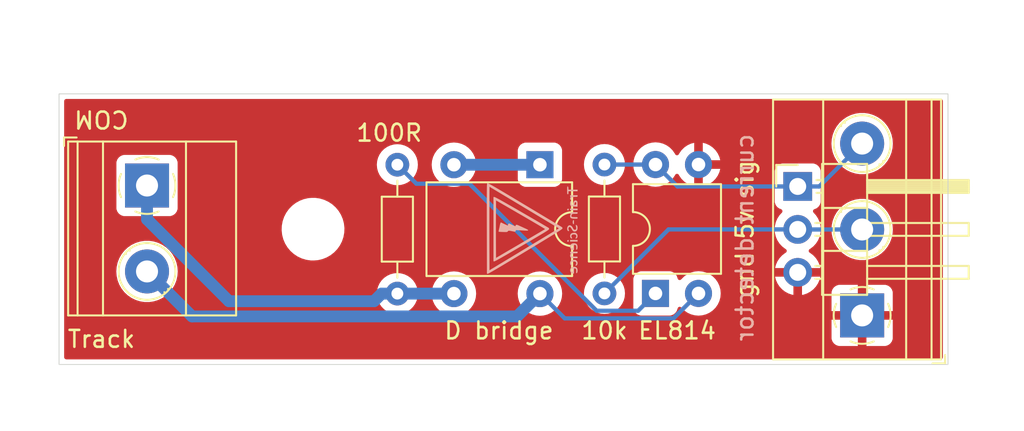
<source format=kicad_pcb>
(kicad_pcb (version 20221018) (generator pcbnew)
  (title_block (date "2023-09-"))
  (layers (0 "F.Cu" signal) (31 "B.Cu" signal) (34 "B.Paste" user) (35 "F.Paste" user) (36 "B.SilkS" user "B.Silkscreen") (37 "F.SilkS" user "F.Silkscreen") (38 "B.Mask" user) (39 "F.Mask" user) (44 "Edge.Cuts" user))
  (net 0 "")
  (net 1 "Net-(D1201-Pad1)")
  (net 2 "Net-(D1201-Pad3)")
  (net 3 "Net-(D1201-Pad4)")
  (net 4 "GND")
  (net 5 "+5V")
  (net 6 "sig")
  (net 7 "Net-(R1201-Pad2)")
  (footprint "Connector_PinHeader_2.54mm:PinHeader_1x03_P2.54mm_Horizontal" (layer "F.Cu") (at 43.625 5.475)
    (fp_text reference "J1203" hide)
    (fp_text value "ter")
    (fp_line (start -1.27 -1.27) (end 0 -1.27) (stroke (width 0.12)) (layer "F.SilkS"))
    (fp_line (start -1.27 0) (end -1.27 -1.27) (stroke (width 0.12)) (layer "F.SilkS"))
    (fp_line (start 1.042929 2.16) (end 1.44 2.16) (stroke (width 0.12)) (layer "F.SilkS"))
    (fp_line (start 1.042929 2.92) (end 1.44 2.92) (stroke (width 0.12)) (layer "F.SilkS"))
    (fp_line (start 1.042929 4.7) (end 1.44 4.7) (stroke (width 0.12)) (layer "F.SilkS"))
    (fp_line (start 1.042929 5.46) (end 1.44 5.46) (stroke (width 0.12)) (layer "F.SilkS"))
    (fp_line (start 1.11 -0.38) (end 1.44 -0.38) (stroke (width 0.12)) (layer "F.SilkS"))
    (fp_line (start 1.11 0.38) (end 1.44 0.38) (stroke (width 0.12)) (layer "F.SilkS"))
    (fp_line (start 1.44 -1.33) (end 1.44 6.41) (stroke (width 0.12)) (layer "F.SilkS"))
    (fp_line (start 1.44 1.27) (end 4.1 1.27) (stroke (width 0.12)) (layer "F.SilkS"))
    (fp_line (start 1.44 3.81) (end 4.1 3.81) (stroke (width 0.12)) (layer "F.SilkS"))
    (fp_line (start 1.44 6.41) (end 4.1 6.41) (stroke (width 0.12)) (layer "F.SilkS"))
    (fp_line (start 4.1 -1.33) (end 1.44 -1.33) (stroke (width 0.12)) (layer "F.SilkS"))
    (fp_line (start 4.1 -0.38) (end 10.1 -0.38) (stroke (width 0.12)) (layer "F.SilkS"))
    (fp_line (start 4.1 -0.32) (end 10.1 -0.32) (stroke (width 0.12)) (layer "F.SilkS"))
    (fp_line (start 4.1 -0.2) (end 10.1 -0.2) (stroke (width 0.12)) (layer "F.SilkS"))
    (fp_line (start 4.1 -0.08) (end 10.1 -0.08) (stroke (width 0.12)) (layer "F.SilkS"))
    (fp_line (start 4.1 0.04) (end 10.1 0.04) (stroke (width 0.12)) (layer "F.SilkS"))
    (fp_line (start 4.1 0.16) (end 10.1 0.16) (stroke (width 0.12)) (layer "F.SilkS"))
    (fp_line (start 4.1 0.28) (end 10.1 0.28) (stroke (width 0.12)) (layer "F.SilkS"))
    (fp_line (start 4.1 2.16) (end 10.1 2.16) (stroke (width 0.12)) (layer "F.SilkS"))
    (fp_line (start 4.1 4.7) (end 10.1 4.7) (stroke (width 0.12)) (layer "F.SilkS"))
    (fp_line (start 4.1 6.41) (end 4.1 -1.33) (stroke (width 0.12)) (layer "F.SilkS"))
    (fp_line (start 10.1 -0.38) (end 10.1 0.38) (stroke (width 0.12)) (layer "F.SilkS"))
    (fp_line (start 10.1 0.38) (end 4.1 0.38) (stroke (width 0.12)) (layer "F.SilkS"))
    (fp_line (start 10.1 2.16) (end 10.1 2.92) (stroke (width 0.12)) (layer "F.SilkS"))
    (fp_line (start 10.1 2.92) (end 4.1 2.92) (stroke (width 0.12)) (layer "F.SilkS"))
    (fp_line (start 10.1 4.7) (end 10.1 5.46) (stroke (width 0.12)) (layer "F.SilkS"))
    (fp_line (start 10.1 5.46) (end 4.1 5.46) (stroke (width 0.12)) (layer "F.SilkS"))
    (pad "1" thru_hole rect (at 0 0) (size 1.7 1.7) (drill 1) (layers "*.Cu" "*.Mask") (net 6 "sig"))
    (pad "2" thru_hole oval (at 0 2.54) (size 1.7 1.7) (drill 1) (layers "*.Cu" "*.Mask") (net 5 "+5V"))
    (pad "3" thru_hole oval (at 0 5.08) (size 1.7 1.7) (drill 1) (layers "*.Cu" "*.Mask") (net 4 "GND"))
  )
  (footprint "Resistor_THT:R_Axial_DIN0204_L3.6mm_D1.6mm_P7.62mm_Horizontal" (layer "F.Cu") (at 32.211 11.8 90)
    (fp_text reference "R1202" hide)
    (fp_text value "10k" (at -2.2 0) (layer "F.SilkS"))
    (fp_line (start 0.94 0) (end 1.89 0) (stroke (width 0.12)) (layer "F.SilkS"))
    (fp_line (start 1.89 -0.92) (end 1.89 0.92) (stroke (width 0.12)) (layer "F.SilkS"))
    (fp_line (start 1.89 0.92) (end 5.73 0.92) (stroke (width 0.12)) (layer "F.SilkS"))
    (fp_line (start 5.73 -0.92) (end 1.89 -0.92) (stroke (width 0.12)) (layer "F.SilkS"))
    (fp_line (start 5.73 0.92) (end 5.73 -0.92) (stroke (width 0.12)) (layer "F.SilkS"))
    (fp_line (start 6.68 0) (end 5.73 0) (stroke (width 0.12)) (layer "F.SilkS"))
    (pad "1" thru_hole circle (at 0 0 90) (size 1.4 1.4) (drill 0.7) (layers "*.Cu" "*.Mask") (net 5 "+5V"))
    (pad "2" thru_hole oval (at 7.62 0 90) (size 1.4 1.4) (drill 0.7) (layers "*.Cu" "*.Mask") (net 6 "sig"))
  )
  (footprint "MountingHole:MountingHole_3.2mm_M3" (layer "F.Cu") (at 15 8)
    (fp_text reference "REF**" hide)
    (fp_text value "MountingHole_3.2mm_M3")
    (pad "" np_thru_hole circle (at 0 0) (size 3.2 3.2) (drill 3.2) (layers "*.Cu" "*.Mask"))
  )
  (footprint "TerminalBlock_Phoenix:TerminalBlock_Phoenix_MKDS-1,5-3-5.08_1x03_P5.08mm_Horizontal" (layer "F.Cu") (at 47.43 13.1 90)
    (fp_text reference "J1202" hide)
    (fp_text value "ter")
    (fp_line (start -2.84 4.16) (end -2.84 4.9) (stroke (width 0.12)) (layer "F.SilkS"))
    (fp_line (start -2.84 4.9) (end -2.34 4.9) (stroke (width 0.12)) (layer "F.SilkS"))
    (fp_line (start -2.6 -5.261) (end -2.6 4.66) (stroke (width 0.12)) (layer "F.SilkS"))
    (fp_line (start -2.6 -5.261) (end 12.76 -5.261) (stroke (width 0.12)) (layer "F.SilkS"))
    (fp_line (start -2.6 -2.301) (end 12.76 -2.301) (stroke (width 0.12)) (layer "F.SilkS"))
    (fp_line (start -2.6 2.6) (end 12.76 2.6) (stroke (width 0.12)) (layer "F.SilkS"))
    (fp_line (start -2.6 4.1) (end 12.76 4.1) (stroke (width 0.12)) (layer "F.SilkS"))
    (fp_line (start -2.6 4.66) (end 12.76 4.66) (stroke (width 0.12)) (layer "F.SilkS"))
    (fp_line (start 3.853 1.023) (end 3.806 1.069) (stroke (width 0.12)) (layer "F.SilkS"))
    (fp_line (start 4.046 1.239) (end 4.011 1.274) (stroke (width 0.12)) (layer "F.SilkS"))
    (fp_line (start 6.15 -1.275) (end 6.115 -1.239) (stroke (width 0.12)) (layer "F.SilkS"))
    (fp_line (start 6.355 -1.069) (end 6.308 -1.023) (stroke (width 0.12)) (layer "F.SilkS"))
    (fp_line (start 8.933 1.023) (end 8.886 1.069) (stroke (width 0.12)) (layer "F.SilkS"))
    (fp_line (start 9.126 1.239) (end 9.091 1.274) (stroke (width 0.12)) (layer "F.SilkS"))
    (fp_line (start 11.23 -1.275) (end 11.195 -1.239) (stroke (width 0.12)) (layer "F.SilkS"))
    (fp_line (start 11.435 -1.069) (end 11.388 -1.023) (stroke (width 0.12)) (layer "F.SilkS"))
    (fp_line (start 12.76 -5.261) (end 12.76 4.66) (stroke (width 0.12)) (layer "F.SilkS"))
    (fp_arc (start -1.535427 0.683042) (mid -1.680501 -0.000524) (end -1.535 -0.684) (stroke (width 0.12)) (layer "F.SilkS"))
    (fp_arc (start -0.683042 -1.535427) (mid 0.000524 -1.680501) (end 0.684 -1.535) (stroke (width 0.12)) (layer "F.SilkS"))
    (fp_arc (start 0.028805 1.680253) (mid -0.335551 1.646659) (end -0.684 1.535) (stroke (width 0.12)) (layer "F.SilkS"))
    (fp_arc (start 0.683318 1.534756) (mid 0.349292 1.643288) (end 0 1.68) (stroke (width 0.12)) (layer "F.SilkS"))
    (fp_arc (start 1.535427 -0.683042) (mid 1.680501 0.000524) (end 1.535 0.684) (stroke (width 0.12)) (layer "F.SilkS"))
    (fp_circle (center 5.08 0) (end 6.76 0) (stroke (width 0.12)) (fill none) (layer "F.SilkS"))
    (fp_circle (center 10.16 0) (end 11.84 0) (stroke (width 0.12)) (fill none) (layer "F.SilkS"))
    (pad "1" thru_hole rect (at 0 0 90) (size 2.6 2.6) (drill 1.3) (layers "*.Cu" "*.Mask") (net 4 "GND"))
    (pad "2" thru_hole circle (at 5.08 0 90) (size 2.6 2.6) (drill 1.3) (layers "*.Cu" "*.Mask") (net 5 "+5V"))
    (pad "3" thru_hole circle (at 10.16 0 90) (size 2.6 2.6) (drill 1.3) (layers "*.Cu" "*.Mask") (net 6 "sig"))
  )
  (footprint "TerminalBlock_Phoenix:TerminalBlock_Phoenix_MKDS-1,5-2-5.08_1x02_P5.08mm_Horizontal" (layer "F.Cu") (at 5.195 5.42 -90)
    (fp_text reference "J1201" hide)
    (fp_text value "tracks")
    (fp_line (start -2.84 4.16) (end -2.84 4.9) (stroke (width 0.12)) (layer "F.SilkS"))
    (fp_line (start -2.84 4.9) (end -2.34 4.9) (stroke (width 0.12)) (layer "F.SilkS"))
    (fp_line (start -2.6 -5.261) (end -2.6 4.66) (stroke (width 0.12)) (layer "F.SilkS"))
    (fp_line (start -2.6 -5.261) (end 7.68 -5.261) (stroke (width 0.12)) (layer "F.SilkS"))
    (fp_line (start -2.6 -2.301) (end 7.68 -2.301) (stroke (width 0.12)) (layer "F.SilkS"))
    (fp_line (start -2.6 2.6) (end 7.68 2.6) (stroke (width 0.12)) (layer "F.SilkS"))
    (fp_line (start -2.6 4.1) (end 7.68 4.1) (stroke (width 0.12)) (layer "F.SilkS"))
    (fp_line (start -2.6 4.66) (end 7.68 4.66) (stroke (width 0.12)) (layer "F.SilkS"))
    (fp_line (start 3.853 1.023) (end 3.806 1.069) (stroke (width 0.12)) (layer "F.SilkS"))
    (fp_line (start 4.046 1.239) (end 4.011 1.274) (stroke (width 0.12)) (layer "F.SilkS"))
    (fp_line (start 6.15 -1.275) (end 6.115 -1.239) (stroke (width 0.12)) (layer "F.SilkS"))
    (fp_line (start 6.355 -1.069) (end 6.308 -1.023) (stroke (width 0.12)) (layer "F.SilkS"))
    (fp_line (start 7.68 -5.261) (end 7.68 4.66) (stroke (width 0.12)) (layer "F.SilkS"))
    (fp_arc (start -1.535427 0.683042) (mid -1.680501 -0.000524) (end -1.535 -0.684) (stroke (width 0.12)) (layer "F.SilkS"))
    (fp_arc (start -0.683042 -1.535427) (mid 0.000524 -1.680501) (end 0.684 -1.535) (stroke (width 0.12)) (layer "F.SilkS"))
    (fp_arc (start 0.028805 1.680253) (mid -0.335551 1.646659) (end -0.684 1.535) (stroke (width 0.12)) (layer "F.SilkS"))
    (fp_arc (start 0.683318 1.534756) (mid 0.349292 1.643288) (end 0 1.68) (stroke (width 0.12)) (layer "F.SilkS"))
    (fp_arc (start 1.535427 -0.683042) (mid 1.680501 0.000524) (end 1.535 0.684) (stroke (width 0.12)) (layer "F.SilkS"))
    (fp_circle (center 5.08 0) (end 6.76 0) (stroke (width 0.12)) (fill none) (layer "F.SilkS"))
    (pad "1" thru_hole rect (at 0 0 270) (size 2.6 2.6) (drill 1.3) (layers "*.Cu" "*.Mask") (net 2 "Net-(D1201-Pad3)"))
    (pad "2" thru_hole circle (at 5.08 0 270) (size 2.6 2.6) (drill 1.3) (layers "*.Cu" "*.Mask") (net 3 "Net-(D1201-Pad4)"))
  )
  (footprint "Diode_THT:Diode_Bridge_DIP-4_W7.62mm_P5.08mm" (layer "F.Cu") (at 28.4 4.19 -90)
    (fp_text reference "D1201" hide)
    (fp_text value "D")
    (fp_line (start 1.04 -1.9) (end 1.04 6.7) (stroke (width 0.12)) (layer "F.SilkS"))
    (fp_line (start 1.04 6.7) (end 6.58 6.7) (stroke (width 0.12)) (layer "F.SilkS"))
    (fp_line (start 2.81 -1.9) (end 1.04 -1.9) (stroke (width 0.12)) (layer "F.SilkS"))
    (fp_line (start 6.58 -1.9) (end 4.81 -1.9) (stroke (width 0.12)) (layer "F.SilkS"))
    (fp_line (start 6.58 6.7) (end 6.58 -1.9) (stroke (width 0.12)) (layer "F.SilkS"))
    (fp_arc (start 4.81 -1.9) (mid 3.81 -0.9) (end 2.81 -1.9) (stroke (width 0.12)) (layer "F.SilkS"))
    (pad "1" thru_hole rect (at 0 0 270) (size 1.6 1.6) (drill 0.8) (layers "*.Cu" "*.Mask") (net 1 "Net-(D1201-Pad1)"))
    (pad "2" thru_hole oval (at 0 5.08 270) (size 1.6 1.6) (drill 0.8) (layers "*.Cu" "*.Mask") (net 1 "Net-(D1201-Pad1)"))
    (pad "3" thru_hole oval (at 7.62 5.08 270) (size 1.6 1.6) (drill 0.8) (layers "*.Cu" "*.Mask") (net 2 "Net-(D1201-Pad3)"))
    (pad "4" thru_hole oval (at 7.62 0 270) (size 1.6 1.6) (drill 0.8) (layers "*.Cu" "*.Mask") (net 3 "Net-(D1201-Pad4)"))
  )
  (footprint "Resistor_THT:R_Axial_DIN0204_L3.6mm_D1.6mm_P7.62mm_Horizontal" (layer "F.Cu") (at 19.98 11.81 90)
    (fp_text reference "R1201" hide)
    (fp_text value "100R" (at 9.5 -0.48) (layer "F.SilkS"))
    (fp_line (start 0.94 0) (end 1.89 0) (stroke (width 0.12)) (layer "F.SilkS"))
    (fp_line (start 1.89 -0.92) (end 1.89 0.92) (stroke (width 0.12)) (layer "F.SilkS"))
    (fp_line (start 1.89 0.92) (end 5.73 0.92) (stroke (width 0.12)) (layer "F.SilkS"))
    (fp_line (start 5.73 -0.92) (end 1.89 -0.92) (stroke (width 0.12)) (layer "F.SilkS"))
    (fp_line (start 5.73 0.92) (end 5.73 -0.92) (stroke (width 0.12)) (layer "F.SilkS"))
    (fp_line (start 6.68 0) (end 5.73 0) (stroke (width 0.12)) (layer "F.SilkS"))
    (pad "1" thru_hole circle (at 0 0 90) (size 1.4 1.4) (drill 0.7) (layers "*.Cu" "*.Mask") (net 2 "Net-(D1201-Pad3)"))
    (pad "2" thru_hole oval (at 7.62 0 90) (size 1.4 1.4) (drill 0.7) (layers "*.Cu" "*.Mask") (net 7 "Net-(R1201-Pad2)"))
  )
  (footprint "Package_DIP:DIP-4_W7.62mm" (layer "F.Cu") (at 35.225 11.8 90)
    (fp_text reference "U1201" hide)
    (fp_text value "EL814" (at -2.2 1.275) (layer "F.SilkS"))
    (fp_line (start 1.16 -1.33) (end 1.16 3.87) (stroke (width 0.12)) (layer "F.SilkS"))
    (fp_line (start 1.16 3.87) (end 6.46 3.87) (stroke (width 0.12)) (layer "F.SilkS"))
    (fp_line (start 2.81 -1.33) (end 1.16 -1.33) (stroke (width 0.12)) (layer "F.SilkS"))
    (fp_line (start 6.46 -1.33) (end 4.81 -1.33) (stroke (width 0.12)) (layer "F.SilkS"))
    (fp_line (start 6.46 3.87) (end 6.46 -1.33) (stroke (width 0.12)) (layer "F.SilkS"))
    (fp_arc (start 4.81 -1.33) (mid 3.81 -0.33) (end 2.81 -1.33) (stroke (width 0.12)) (layer "F.SilkS"))
    (pad "1" thru_hole rect (at 0 0 90) (size 1.6 1.6) (drill 0.8) (layers "*.Cu" "*.Mask") (net 7 "Net-(R1201-Pad2)"))
    (pad "2" thru_hole oval (at 0 2.54 90) (size 1.6 1.6) (drill 0.8) (layers "*.Cu" "*.Mask") (net 3 "Net-(D1201-Pad4)"))
    (pad "3" thru_hole oval (at 7.62 2.54 90) (size 1.6 1.6) (drill 0.8) (layers "*.Cu" "*.Mask") (net 4 "GND"))
    (pad "4" thru_hole oval (at 7.62 0 90) (size 1.6 1.6) (drill 0.8) (layers "*.Cu" "*.Mask") (net 6 "sig"))
  )
  (footprint "kicad_images:Train-Science logo extra small" (layer "B.Cu") (at 28 8 -90)
    (fp_text reference "G***" hide)
    (fp_text value "LOGO" hide)
    (fp_poly (pts (xy -1.119453 -2.624924) (xy -1.215958 -2.624924) (xy -1.215958 -2.181003) (xy -1.119453 -2.181003)) (fill solid) (layer "B.SilkS"))
    (fp_poly (pts (xy 0.733434 -2.624924) (xy 0.63693 -2.624924) (xy 0.63693 -2.181003) (xy 0.733434 -2.181003)) (fill solid) (layer "B.SilkS"))
    (fp_poly (pts (xy -1.126574 -2.017804) (xy -1.112197 -2.036968) (xy -1.108531 -2.078768) (xy -1.137633 -2.100383) (xy -1.170187 -2.103799) (xy -1.205707 -2.09718) (xy -1.213602 -2.070697) (xy -1.212475 -2.060372) (xy -1.193726 -2.025477) (xy -1.160005 -2.0101)) (fill solid) (layer "B.SilkS"))
    (fp_poly (pts (xy 0.726313 -2.017804) (xy 0.740691 -2.036968) (xy 0.744356 -2.078768) (xy 0.715254 -2.100383) (xy 0.682701 -2.103799) (xy 0.64718 -2.09718) (xy 0.639285 -2.070697) (xy 0.640413 -2.060372) (xy 0.659161 -2.025477) (xy 0.692883 -2.0101)) (fill solid) (layer "B.SilkS"))
    (fp_poly (pts (xy -0.367363 -2.338582) (xy -0.319727 -2.351571) (xy -0.294204 -2.374803) (xy -0.293084 -2.378837) (xy -0.294347 -2.397077) (xy -0.312035 -2.407325) (xy -0.353942 -2.411769) (xy -0.413555 -2.412614) (xy -0.484592 -2.410671) (xy -0.524229 -2.403784) (xy -0.53952 -2.390362) (xy -0.540426 -2.38403) (xy -0.523644 -2.358558) (xy -0.481252 -2.342326) (xy -0.425182 -2.335583)) (fill solid) (layer "B.SilkS"))
    (fp_poly (pts (xy -2.200106 -2.007669) (xy -2.13421 -2.009497) (xy -2.094159 -2.013835) (xy -2.073573 -2.02174) (xy -2.066075 -2.034267) (xy -2.065198 -2.045897) (xy -2.070881 -2.07002) (xy -2.094478 -2.081427) (xy -2.145812 -2.084484) (xy -2.152052 -2.084499) (xy -2.238906 -2.084499) (xy -2.238906 -2.624924) (xy -2.33541 -2.624924) (xy -2.33541 -2.086614) (xy -2.426916 -2.080731) (xy -2.487224 -2.072868) (xy -2.51744 -2.057099) (xy -2.524836 -2.041072) (xy -2.52432 -2.026811) (xy -2.512291 -2.01722) (xy -2.482653 -2.011388) (xy -2.42931 -2.008408) (xy -2.346166 -2.00737) (xy -2.298224 -2.007295)) (fill solid) (layer "B.SilkS"))
    (fp_poly (pts (xy -1.922774 -2.187841) (xy -1.91079 -2.200983) (xy -1.898976 -2.211105) (xy -1.873457 -2.200983) (xy -1.818103 -2.181858) (xy -1.770434 -2.182985) (xy -1.741304 -2.20288) (xy -1.737082 -2.219605) (xy -1.746396 -2.24807) (xy -1.780816 -2.257891) (xy -1.793891 -2.258207) (xy -1.846698 -2.269126) (xy -1.882386 -2.304538) (xy -1.903013 -2.36843) (xy -1.910639 -2.464786) (xy -1.91079 -2.484462) (xy -1.911437 -2.556749) (xy -1.915267 -2.598688) (xy -1.925114 -2.618532) (xy -1.943815 -2.624534) (xy -1.959043 -2.624924) (xy -2.007295 -2.624924) (xy -2.007295 -2.181003) (xy -1.959043 -2.181003)) (fill solid) (layer "B.SilkS"))
    (fp_poly (pts (xy 2.072112 -2.190956) (xy 2.124247 -2.216735) (xy 2.154036 -2.252216) (xy 2.154868 -2.286779) (xy 2.142108 -2.310032) (xy 2.123704 -2.304382) (xy 2.106702 -2.289785) (xy 2.053139 -2.262979) (xy 1.992251 -2.262345) (xy 1.941646 -2.288016) (xy 1.94112 -2.288537) (xy 1.919354 -2.332273) (xy 1.911043 -2.395105) (xy 1.916187 -2.459948) (xy 1.934785 -2.509718) (xy 1.94112 -2.51739) (xy 1.991469 -2.543413) (xy 2.052336 -2.543129) (xy 2.106113 -2.516671) (xy 2.106702 -2.516142) (xy 2.133846 -2.49538) (xy 2.147895 -2.503056) (xy 2.154868 -2.519148) (xy 2.152137 -2.558319) (xy 2.119189 -2.592887) (xy 2.064389 -2.616999) (xy 2.003672 -2.624924) (xy 1.940682 -2.616497) (xy 1.888878 -2.585336) (xy 1.86844 -2.566243) (xy 1.835965 -2.53065) (xy 1.819472 -2.498122) (xy 1.814986 -2.454662) (xy 1.81829 -2.389623) (xy 1.836547 -2.292122) (xy 1.875929 -2.226132) (xy 1.93806 -2.189851) (xy 2.006233 -2.181003)) (fill solid) (layer "B.SilkS"))
    (fp_poly (pts (xy 0.470136 -2.190956) (xy 0.522272 -2.216735) (xy 0.552061 -2.252216) (xy 0.552892 -2.286779) (xy 0.540132 -2.310032) (xy 0.521729 -2.304382) (xy 0.504727 -2.289785) (xy 0.451163 -2.262979) (xy 0.390275 -2.262345) (xy 0.33967 -2.288016) (xy 0.339144 -2.288537) (xy 0.317742 -2.331299) (xy 0.308868 -2.397127) (xy 0.308814 -2.402964) (xy 0.316518 -2.470009) (xy 0.337059 -2.515157) (xy 0.339144 -2.51739) (xy 0.389493 -2.543413) (xy 0.45036 -2.543129) (xy 0.504137 -2.516671) (xy 0.504727 -2.516142) (xy 0.531871 -2.49538) (xy 0.545919 -2.503056) (xy 0.552892 -2.519148) (xy 0.550161 -2.558319) (xy 0.517214 -2.592887) (xy 0.462413 -2.616999) (xy 0.401696 -2.624924) (xy 0.338706 -2.616497) (xy 0.286902 -2.585336) (xy 0.266464 -2.566243) (xy 0.23399 -2.53065) (xy 0.217496 -2.498122) (xy 0.21301 -2.454662) (xy 0.216314 -2.389623) (xy 0.234571 -2.292122) (xy 0.273953 -2.226132) (xy 0.336085 -2.189851) (xy 0.404257 -2.181003)) (fill solid) (layer "B.SilkS"))
    (fp_poly (pts (xy -1.442096 -2.185799) (xy -1.394854 -2.204002) (xy -1.364141 -2.241338) (xy -1.34609 -2.303531) (xy -1.336833 -2.396306) (xy -1.334848 -2.439941) (xy -1.328283 -2.617699) (xy -1.471473 -2.62062) (xy -1.565443 -2.618701) (xy -1.627965 -2.607787) (xy -1.656572 -2.594186) (xy -1.689513 -2.550255) (xy -1.697789 -2.492626) (xy -1.694659 -2.482972) (xy -1.596809 -2.482972) (xy -1.595494 -2.517472) (xy -1.569133 -2.539601) (xy -1.523793 -2.547288) (xy -1.476622 -2.539689) (xy -1.451429 -2.524559) (xy -1.431509 -2.486329) (xy -1.428268 -2.464131) (xy -1.433578 -2.440308) (xy -1.456532 -2.433472) (xy -1.49898 -2.438339) (xy -1.565777 -2.456134) (xy -1.596809 -2.482972) (xy -1.694659 -2.482972) (xy -1.680168 -2.438278) (xy -1.668878 -2.424371) (xy -1.627712 -2.398541) (xy -1.565442 -2.374625) (xy -1.499369 -2.35844) (xy -1.462044 -2.354819) (xy -1.433348 -2.341718) (xy -1.432414 -2.307443) (xy -1.445968 -2.279437) (xy -1.467954 -2.263857) (xy -1.512198 -2.259495) (xy -1.571128 -2.263567) (xy -1.634915 -2.268059) (xy -1.668379 -2.263989) (xy -1.679069 -2.250256) (xy -1.679179 -2.247841) (xy -1.661171 -2.214242) (xy -1.610156 -2.191488) (xy -1.53065 -2.18136) (xy -1.509732 -2.181003)) (fill solid) (layer "B.SilkS"))
    (fp_poly (pts (xy 0.048233 -2.016729) (xy 0.098011 -2.04339) (xy 0.115804 -2.084815) (xy 0.115805 -2.085178) (xy 0.102031 -2.115739) (xy 0.072745 -2.122259) (xy 0.048252 -2.103799) (xy 0.019552 -2.088475) (xy -0.028396 -2.085147) (xy -0.07846 -2.092899) (xy -0.113509 -2.110817) (xy -0.115037 -2.112524) (xy -0.130725 -2.15607) (xy -0.108498 -2.202273) (xy -0.04889 -2.250355) (xy -0.002415 -2.276288) (xy 0.081602 -2.327613) (xy 0.129929 -2.380905) (xy 0.145383 -2.440825) (xy 0.134193 -2.502236) (xy 0.098374 -2.563371) (xy 0.057253 -2.596308) (xy -0.011058 -2.61793) (xy -0.090529 -2.623721) (xy -0.164493 -2.61377) (xy -0.208016 -2.594878) (xy -0.241994 -2.561284) (xy -0.251396 -2.531581) (xy -0.236285 -2.515128) (xy -0.207485 -2.517524) (xy -0.118149 -2.538086) (xy -0.044971 -2.543267) (xy 0.003495 -2.532632) (xy 0.009466 -2.528573) (xy 0.037084 -2.485332) (xy 0.033179 -2.435705) (xy 0.001689 -2.388562) (xy -0.05345 -2.352773) (xy -0.071396 -2.346355) (xy -0.112769 -2.324951) (xy -0.161824 -2.288201) (xy -0.172726 -2.278426) (xy -0.219263 -2.215139) (xy -0.231246 -2.150779) (xy -0.212014 -2.091638) (xy -0.164905 -2.044013) (xy -0.093256 -2.014199) (xy -0.028952 -2.007295)) (fill solid) (layer "B.SilkS"))
    (fp_poly (pts (xy -0.707308 -2.189663) (xy -0.663479 -2.218624) (xy -0.635598 -2.272362) (xy -0.621173 -2.35535) (xy -0.617629 -2.453819) (xy -0.618028 -2.535305) (xy -0.620633 -2.585674) (xy -0.627552 -2.61241) (xy -0.640899 -2.622997) (xy -0.662782 -2.62492) (xy -0.665882 -2.624924) (xy -0.68991 -2.623254) (xy -0.704249 -2.612967) (xy -0.7114 -2.586147) (xy -0.713862 -2.534877) (xy -0.714134 -2.472095) (xy -0.715556 -2.395622) (xy -0.719322 -2.331846) (xy -0.724676 -2.29256) (xy -0.725849 -2.288737) (xy -0.753462 -2.263545) (xy -0.800164 -2.26112) (xy -0.85384 -2.281505) (xy -0.864247 -2.288253) (xy -0.885996 -2.307597) (xy -0.898891 -2.334302) (xy -0.905174 -2.377949) (xy -0.907085 -2.448121) (xy -0.907143 -2.471611) (xy -0.907666 -2.547861) (xy -0.910894 -2.593413) (xy -0.919314 -2.616171) (xy -0.935414 -2.624039) (xy -0.955395 -2.624924) (xy -1.003648 -2.624924) (xy -1.003648 -2.402964) (xy -1.003415 -2.307802) (xy -1.001798 -2.24467) (xy -0.997414 -2.206996) (xy -0.988884 -2.188208) (xy -0.974824 -2.181734) (xy -0.957004 -2.181003) (xy -0.917752 -2.189839) (xy -0.901514 -2.205129) (xy -0.888625 -2.219577) (xy -0.867094 -2.205129) (xy -0.831691 -2.189067) (xy -0.778237 -2.181171) (xy -0.769577 -2.181003)) (fill solid) (layer "B.SilkS"))
    (fp_poly (pts (xy 1.123597 -2.19758) (xy 1.184423 -2.240898) (xy 1.22469 -2.301333) (xy 1.235258 -2.353227) (xy 1.235258 -2.412614) (xy 1.080851 -2.412614) (xy 1.003788 -2.413475) (xy 0.95759 -2.417297) (xy 0.934537 -2.425943) (xy 0.926907 -2.441273) (xy 0.926444 -2.449837) (xy 0.940633 -2.503072) (xy 0.984183 -2.534374) (xy 1.058567 -2.544508) (xy 1.103874 -2.542243) (xy 1.168903 -2.538293) (xy 1.203587 -2.542247) (xy 1.215596 -2.555297) (xy 1.215957 -2.559679) (xy 1.198882 -2.590828) (xy 1.154394 -2.612228) (xy 1.092599 -2.623208) (xy 1.023603 -2.623098) (xy 0.957513 -2.611227) (xy 0.904434 -2.586925) (xy 0.89667 -2.58086) (xy 0.857621 -2.532342) (xy 0.837646 -2.464478) (xy 0.835217 -2.446074) (xy 0.837603 -2.343018) (xy 0.84678 -2.31997) (xy 0.926444 -2.31997) (xy 0.943899 -2.328427) (xy 0.988927 -2.334035) (xy 1.032599 -2.33541) (xy 1.09074 -2.332871) (xy 1.129298 -2.326322) (xy 1.138754 -2.31997) (xy 1.121477 -2.286947) (xy 1.077407 -2.264306) (xy 1.032599 -2.258207) (xy 0.975841 -2.268259) (xy 0.936926 -2.293899) (xy 0.926444 -2.31997) (xy 0.84678 -2.31997) (xy 0.869296 -2.263418) (xy 0.928523 -2.209435) (xy 1.013516 -2.183229) (xy 1.052426 -2.181003)) (fill solid) (layer "B.SilkS"))
    (fp_poly (pts (xy 1.628102 -2.189663) (xy 1.671931 -2.218624) (xy 1.699812 -2.272362) (xy 1.714238 -2.35535) (xy 1.717781 -2.453819) (xy 1.717382 -2.535305) (xy 1.714778 -2.585674) (xy 1.707858 -2.61241) (xy 1.694512 -2.622997) (xy 1.672629 -2.62492) (xy 1.669529 -2.624924) (xy 1.645501 -2.623254) (xy 1.631161 -2.612967) (xy 1.62401 -2.586147) (xy 1.621549 -2.534877) (xy 1.621276 -2.472095) (xy 1.619854 -2.395622) (xy 1.616089 -2.331846) (xy 1.610734 -2.29256) (xy 1.609561 -2.288737) (xy 1.581948 -2.263545) (xy 1.535246 -2.26112) (xy 1.48157 -2.281505) (xy 1.471164 -2.288253) (xy 1.449414 -2.307597) (xy 1.436519 -2.334302) (xy 1.430236 -2.377949) (xy 1.428325 -2.448121) (xy 1.428267 -2.471611) (xy 1.427744 -2.547861) (xy 1.424516 -2.593413) (xy 1.416096 -2.616171) (xy 1.399996 -2.624039) (xy 1.380015 -2.624924) (xy 1.331763 -2.624924) (xy 1.331763 -2.402964) (xy 1.331995 -2.307802) (xy 1.333612 -2.24467) (xy 1.337996 -2.206996) (xy 1.346527 -2.188208) (xy 1.360586 -2.181734) (xy 1.378407 -2.181003) (xy 1.417658 -2.189839) (xy 1.433897 -2.205129) (xy 1.446785 -2.219577) (xy 1.468317 -2.205129) (xy 1.503719 -2.189067) (xy 1.557173 -2.181171) (xy 1.565833 -2.181003)) (fill solid) (layer "B.SilkS"))
    (fp_poly (pts (xy 2.513262 -2.19758) (xy 2.574089 -2.240898) (xy 2.614355 -2.301333) (xy 2.624924 -2.353227) (xy 2.624924 -2.412614) (xy 2.470517 -2.412614) (xy 2.393454 -2.413475) (xy 2.347256 -2.417297) (xy 2.324202 -2.425943) (xy 2.316572 -2.441273) (xy 2.316109 -2.449837) (xy 2.330299 -2.503072) (xy 2.373849 -2.534374) (xy 2.448233 -2.544508) (xy 2.493539 -2.542243) (xy 2.558568 -2.538293) (xy 2.593253 -2.542247) (xy 2.605262 -2.555297) (xy 2.605623 -2.559679) (xy 2.588548 -2.590828) (xy 2.54406 -2.612228) (xy 2.482265 -2.623208) (xy 2.413269 -2.623098) (xy 2.347179 -2.611227) (xy 2.2941 -2.586925) (xy 2.286335 -2.58086) (xy 2.247287 -2.532342) (xy 2.227312 -2.464478) (xy 2.224882 -2.446074) (xy 2.227269 -2.343018) (xy 2.236445 -2.31997) (xy 2.316109 -2.31997) (xy 2.333565 -2.328427) (xy 2.378593 -2.334035) (xy 2.422264 -2.33541) (xy 2.480406 -2.332871) (xy 2.518964 -2.326322) (xy 2.528419 -2.31997) (xy 2.511143 -2.286947) (xy 2.467073 -2.264306) (xy 2.422264 -2.258207) (xy 2.365507 -2.268259) (xy 2.326592 -2.293899) (xy 2.316109 -2.31997) (xy 2.236445 -2.31997) (xy 2.258961 -2.263418) (xy 2.318189 -2.209435) (xy 2.403182 -2.183229) (xy 2.442091 -2.181003)) (fill solid) (layer "B.SilkS"))
    (fp_poly (pts (xy 0.150175 2.037262) (xy 0.154869 2.014727) (xy 0.159603 1.961211) (xy 0.163869 1.884333) (xy 0.167162 1.791711) (xy 0.167569 1.775743) (xy 0.169759 1.673339) (xy 0.169869 1.602577) (xy 0.166925 1.556512) (xy 0.159954 1.528198) (xy 0.147982 1.510692) (xy 0.130034 1.497049) (xy 0.12833 1.495929) (xy 0.106343 1.477105) (xy 0.094636 1.451334) (xy 0.09303 1.411229) (xy 0.101348 1.349403) (xy 0.119413 1.258471) (xy 0.122301 1.244909) (xy 0.140411 1.155685) (xy 0.148735 1.096849) (xy 0.146766 1.061318) (xy 0.133995 1.042009) (xy 0.109913 1.031839) (xy 0.106948 1.031073) (xy 0.056354 1.018375) (xy 0.067811 0.803526) (xy 0.073361 0.700465) (xy 0.079032 0.596846) (xy 0.084004 0.507572) (xy 0.086391 0.465728) (xy 0.088572 0.36956) (xy 0.081777 0.31093) (xy 0.065975 0.289825) (xy 0.041135 0.306232) (xy 0.007226 0.360136) (xy -0.021752 0.419795) (xy -0.056891 0.497371) (xy -0.091022 0.572933) (xy -0.115481 0.62728) (xy -0.141468 0.684714) (xy -0.176101 0.760597) (xy -0.211287 0.837205) (xy -0.246103 0.920813) (xy -0.25952 0.977777) (xy -0.251563 1.013563) (xy -0.222259 1.033637) (xy -0.212213 1.036682) (xy -0.181115 1.046874) (xy -0.173708 1.051749) (xy -0.181048 1.071874) (xy -0.200227 1.117432) (xy -0.226988 1.178773) (xy -0.257072 1.246244) (xy -0.286218 1.310195) (xy -0.310044 1.360714) (xy -0.332098 1.409483) (xy -0.336669 1.436627) (xy -0.32435 1.45463) (xy -0.31486 1.462044) (xy -0.2711 1.482378) (xy -0.247223 1.48617) (xy -0.217862 1.489823) (xy -0.21231 1.4941) (xy -0.219906 1.51504) (xy -0.2399 1.561656) (xy -0.268097 1.624772) (xy -0.300305 1.69521) (xy -0.33233 1.763791) (xy -0.359979 1.821338) (xy -0.378004 1.856753) (xy -0.395457 1.894623) (xy -0.390765 1.914701) (xy -0.372067 1.926848) (xy -0.319755 1.946586) (xy -0.236962 1.966055) (xy -0.164058 1.979219) (xy -0.114212 1.988993) (xy -0.043976 2.004504) (xy 0.016327 2.018748) (xy 0.080588 2.032421) (xy 0.128954 2.038984)) (fill solid) (layer "B.SilkS"))
    (fp_poly (pts (xy 1.906094 2.296808) (xy 1.900001 2.275901) (xy 1.879419 2.231428) (xy 1.843801 2.162423) (xy 1.792601 2.067921) (xy 1.725272 1.946953) (xy 1.641268 1.798555) (xy 1.540041 1.62176) (xy 1.421046 1.415601) (xy 1.283736 1.179111) (xy 1.127564 0.911325) (xy 0.978323 0.656231) (xy 0.820564 0.387063) (xy 0.681026 0.149372) (xy 0.558541 -0.058745) (xy 0.45194 -0.23919) (xy 0.360056 -0.393866) (xy 0.28172 -0.524675) (xy 0.215764 -0.63352) (xy 0.16102 -0.722304) (xy 0.11632 -0.792928) (xy 0.080495 -0.847296) (xy 0.052377 -0.887309) (xy 0.030799 -0.91487) (xy 0.014591 -0.931882) (xy 0.002586 -0.940248) (xy -0.002979 -0.941895) (xy -0.047261 -0.937287) (xy -0.070916 -0.922594) (xy -0.083197 -0.902588) (xy -0.113429 -0.851529) (xy -0.160236 -0.771778) (xy -0.222244 -0.665697) (xy -0.298077 -0.53565) (xy -0.386362 -0.383997) (xy -0.485723 -0.213102) (xy -0.594784 -0.025327) (xy -0.712171 0.176967) (xy -0.83651 0.391416) (xy -0.966424 0.61566) (xy -0.995506 0.665881) (xy -1.165143 0.959293) (xy -1.315622 1.220525) (xy -1.447505 1.450583) (xy -1.561353 1.650471) (xy -1.657728 1.821196) (xy -1.737191 1.963762) (xy -1.800303 2.079175) (xy -1.847627 2.168441) (xy -1.858745 2.190653) (xy -1.697344 2.190653) (xy -0.856031 0.737334) (xy -0.730231 0.52037) (xy -0.60987 0.313465) (xy -0.496353 0.118994) (xy -0.391087 -0.060665) (xy -0.295477 -0.223135) (xy -0.210928 -0.366039) (xy -0.138846 -0.487002) (xy -0.080637 -0.583645) (xy -0.037705 -0.653592) (xy -0.011457 -0.694467) (xy -0.003328 -0.704595) (xy 0.007916 -0.686596) (xy 0.037217 -0.637697) (xy 0.083149 -0.56032) (xy 0.144285 -0.456889) (xy 0.219199 -0.329827) (xy 0.306463 -0.181557) (xy 0.404653 -0.014503) (xy 0.512341 0.168913) (xy 0.628101 0.366266) (xy 0.750507 0.575135) (xy 0.85216 0.748724) (xy 1.696258 2.190653) (xy 0.848129 2.195679) (xy 0.624791 2.19672) (xy 0.374207 2.197402) (xy 0.107732 2.197724) (xy -0.163278 2.197687) (xy -0.42747 2.197292) (xy -0.673489 2.196537) (xy -0.848672 2.195679) (xy -1.697344 2.190653) (xy -1.858745 2.190653) (xy -1.879723 2.232564) (xy -1.897152 2.27255) (xy -1.900939 2.287158) (xy -1.90114 2.345061) (xy 1.90114 2.345061)) (fill solid) (layer "B.SilkS"))
    (fp_poly (pts (xy -1.305349 2.737947) (xy -1.034076 2.737646) (xy -0.729841 2.737196) (xy -0.390734 2.736619) (xy -0.033061 2.735972) (xy 2.634574 2.731079) (xy 2.63944 2.682827) (xy 2.633657 2.664429) (xy 2.614339 2.624487) (xy 2.580936 2.562066) (xy 2.532894 2.476229) (xy 2.469664 2.366041) (xy 2.390692 2.230566) (xy 2.295428 2.068868) (xy 2.18332 1.880011) (xy 2.053816 1.66306) (xy 1.906365 1.41708) (xy 1.740416 1.141133) (xy 1.555416 0.834285) (xy 1.350814 0.495599) (xy 1.325401 0.453571) (xy 1.134462 0.137924) (xy 0.962408 -0.14626) (xy 0.808227 -0.400597) (xy 0.670906 -0.626704) (xy 0.549435 -0.826198) (xy 0.4428 -1.000694) (xy 0.34999 -1.151809) (xy 0.269993 -1.281159) (xy 0.201798 -1.39036) (xy 0.144392 -1.481029) (xy 0.096763 -1.554782) (xy 0.057899 -1.613236) (xy 0.026789 -1.658006) (xy 0.002421 -1.690709) (xy -0.016218 -1.712962) (xy -0.030139 -1.72638) (xy -0.040354 -1.73258) (xy -0.043796 -1.733422) (xy -0.093671 -1.725004) (xy -0.122819 -1.694821) (xy -0.136125 -1.67304) (xy -0.168081 -1.620147) (xy -0.21749 -1.538135) (xy -0.283153 -1.428999) (xy -0.363872 -1.294734) (xy -0.458449 -1.137335) (xy -0.565686 -0.958796) (xy -0.684385 -0.761112) (xy -0.813348 -0.546277) (xy -0.951377 -0.316288) (xy -1.097274 -0.073137) (xy -1.249841 0.18118) (xy -1.407879 0.444668) (xy -1.445985 0.508207) (xy -1.636234 0.825575) (xy -1.807442 1.111491) (xy -1.96053 1.367545) (xy -2.096421 1.595325) (xy -2.216037 1.796418) (xy -2.3203 1.972412) (xy -2.410131 2.124897) (xy -2.486453 2.255459) (xy -2.550187 2.365687) (xy -2.602256 2.45717) (xy -2.643581 2.531494) (xy -2.667805 2.576672) (xy -2.50527 2.576672) (xy -1.27688 0.529296) (xy -0.048491 -1.51808) (xy 0.115686 -1.246781) (xy 0.148286 -1.192895) (xy 0.199291 -1.108563) (xy 0.267136 -0.996375) (xy 0.350257 -0.858919) (xy 0.447086 -0.698785) (xy 0.556059 -0.518561) (xy 0.675611 -0.320837) (xy 0.804176 -0.108201) (xy 0.940188 0.116758) (xy 1.082083 0.35145) (xy 1.228295 0.593287) (xy 1.353628 0.800595) (xy 2.427394 2.576672) (xy 1.194396 2.581639) (xy 0.928307 2.582517) (xy 0.63304 2.583151) (xy 0.318017 2.583541) (xy -0.007339 2.583686) (xy -0.333606 2.583588) (xy -0.651362 2.583245) (xy -0.951183 2.582657) (xy -1.223647 2.581826) (xy -1.271936 2.581639) (xy -2.50527 2.576672) (xy -2.667805 2.576672) (xy -2.675085 2.590249) (xy -2.697688 2.635023) (xy -2.712314 2.667403) (xy -2.719885 2.688978) (xy -2.721321 2.701336) (xy -2.720559 2.703754) (xy -2.717059 2.708957) (xy -2.711142 2.713645) (xy -2.700897 2.71784) (xy -2.684417 2.721566) (xy -2.659792 2.724844) (xy -2.625112 2.727698) (xy -2.578469 2.730151) (xy -2.517955 2.732226) (xy -2.441658 2.733945) (xy -2.347672 2.735331) (xy -2.234086 2.736408) (xy -2.098992 2.737198) (xy -1.94048 2.737724) (xy -1.756642 2.738009) (xy -1.545568 2.738076)) (fill solid) (layer "B.SilkS"))
  )
  (gr_rect (start 0 0) (end 52.5 16) (stroke (width 0.05)) (fill none) (layer "Edge.Cuts"))
  (gr_text "current detector" (at 40.5 8.5 90) (layer "B.SilkS") (effects (font (size 1 1)) (justify mirror)))
  (gr_text "gnd 5v sig" (at 40.5 8 90) (layer "F.SilkS") (effects (font (size 1 1))))
  (gr_text "Track" (at 2.5 14.5) (layer "F.SilkS") (effects (font (size 1 1))))
  (gr_text "COM" (at 2.5 1.5 180) (layer "F.SilkS") (effects (font (size 1 1))))
  (gr_text "D bridge" (at 25.98 14) (layer "F.SilkS") (effects (font (size 1 1))))
  (segment (start 23.32 4.19) (end 28.4 4.19) (width 0.7) (layer "B.Cu") (net 1))
  (segment (start 5.195 5.42) (end 5.195 7.42) (width 0.7) (layer "B.Cu") (net 2))
  (segment (start 10.035 12.26) (end 18.601 12.26) (width 0.7) (layer "B.Cu") (net 2))
  (segment (start 19.05 11.811) (end 23.319 11.811) (width 0.7) (layer "B.Cu") (net 2))
  (segment (start 18.601 12.26) (end 19.05 11.811) (width 0.7) (layer "B.Cu") (net 2))
  (segment (start 5.195 7.42) (end 10.035 12.26) (width 0.7) (layer "B.Cu") (net 2))
  (segment (start 23.319 11.811) (end 23.32 11.81) (width 0.7) (layer "B.Cu") (net 2))
  (segment (start 27.05 13.16) (end 7.855 13.16) (width 0.7) (layer "B.Cu") (net 3))
  (segment (start 28.4 11.81) (end 27.05 13.16) (width 0.7) (layer "B.Cu") (net 3))
  (segment (start 29.865 13.275) (end 28.4 11.81) (width 0.25) (layer "B.Cu") (net 3))
  (segment (start 37.765 11.8) (end 36.29 13.275) (width 0.25) (layer "B.Cu") (net 3))
  (segment (start 7.855 13.16) (end 5.195 10.5) (width 0.7) (layer "B.Cu") (net 3))
  (segment (start 36.29 13.275) (end 29.865 13.275) (width 0.25) (layer "B.Cu") (net 3))
  (segment (start 43.625 8.015) (end 35.996 8.015) (width 0.25) (layer "B.Cu") (net 5))
  (segment (start 47.43 8.02) (end 43.63 8.02) (width 0.25) (layer "B.Cu") (net 5))
  (segment (start 43.63 8.02) (end 43.625 8.015) (width 0.25) (layer "B.Cu") (net 5))
  (segment (start 35.996 8.015) (end 32.211 11.8) (width 0.25) (layer "B.Cu") (net 5))
  (segment (start 44.895 5.475) (end 47.43 2.94) (width 0.25) (layer "B.Cu") (net 6))
  (segment (start 43.625 5.475) (end 44.895 5.475) (width 0.25) (layer "B.Cu") (net 6))
  (segment (start 35.225 4.18) (end 36.52 5.475) (width 0.25) (layer "B.Cu") (net 6))
  (segment (start 32.211 4.18) (end 35.225 4.18) (width 0.25) (layer "B.Cu") (net 6))
  (segment (start 36.52 5.475) (end 43.625 5.475) (width 0.25) (layer "B.Cu") (net 6))
  (segment (start 21.105 5.315) (end 24.238 5.315) (width 0.25) (layer "B.Cu") (net 7))
  (segment (start 19.98 4.19) (end 21.105 5.315) (width 0.25) (layer "B.Cu") (net 7))
  (segment (start 31.748 12.825) (end 34.2 12.825) (width 0.25) (layer "B.Cu") (net 7))
  (segment (start 34.2 12.825) (end 35.225 11.8) (width 0.25) (layer "B.Cu") (net 7))
  (segment (start 24.238 5.315) (end 31.748 12.825) (width 0.25) (layer "B.Cu") (net 7))
  (zone (net 4) (net_name "GND") (layer "F.Cu") (connect_pads (clearance 0.508)) (min_thickness 0.254) (fill yes (thermal_gap 0.508) (thermal_bridge_width 0.508))
    (polygon (pts (xy 57.011956 19.950443) (xy -3.107044 19.723443) (xy -3.488044 -5.549557) (xy 57.011956 -5.049557)))
  )
)
</source>
